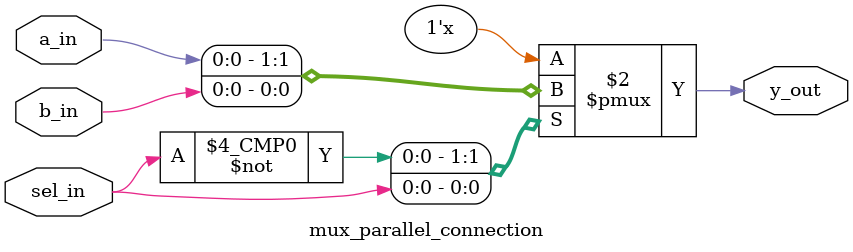
<source format=v>
`timescale 1ns / 1ps


module mux_parallel_connection(
    input a_in,
    input b_in,
    input sel_in,
    output reg y_out
    );
    
always@(*)
begin
    case(sel_in)
        1'b0 : y_out = a_in;
        1'b1 : y_out = b_in;
    endcase
end

specify
    specparam delay1 = 2;
    specparam delay2 = 3;
    specparam delay3 = 1;
    specparam delay4 = 4;
    
    if(a_in)
        (a_in=>y_out) = delay1;
    if(~a_in)
        (a_in=>y_out) = delay2;
    if(b_in)
        (b_in=>y_out) = delay3;
    if(~b_in)
        (b_in=>y_out) = delay1;
    if(sel_in)
        (sel_in=>y_out) = delay4;
    if(~sel_in)
        (sel_in=>y_out) = delay4;
        
endspecify
endmodule

</source>
